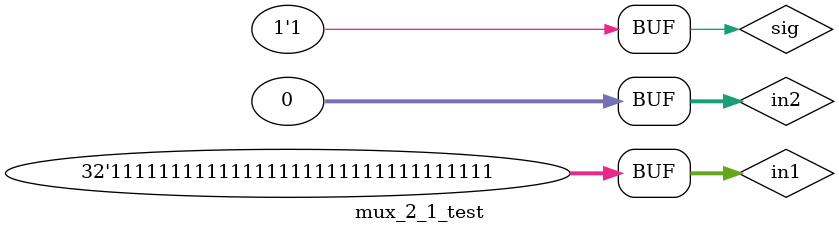
<source format=v>
module mux_2_1_test();

wire [31:0] out;
reg [31:0] in1,in2;
reg sig;

mux_2_1 mux21(out,in1,in2,sig);


initial begin
  in1={32{1'b1}};
  in2=0;
  sig=1'b0;
#5;
  sig=1;
end

initial begin
  $monitor("Time:%2d in1:%32b, in2:%32b, sig:%1b, out:%32b",$time,in1,in2,sig,out);
end


endmodule

</source>
